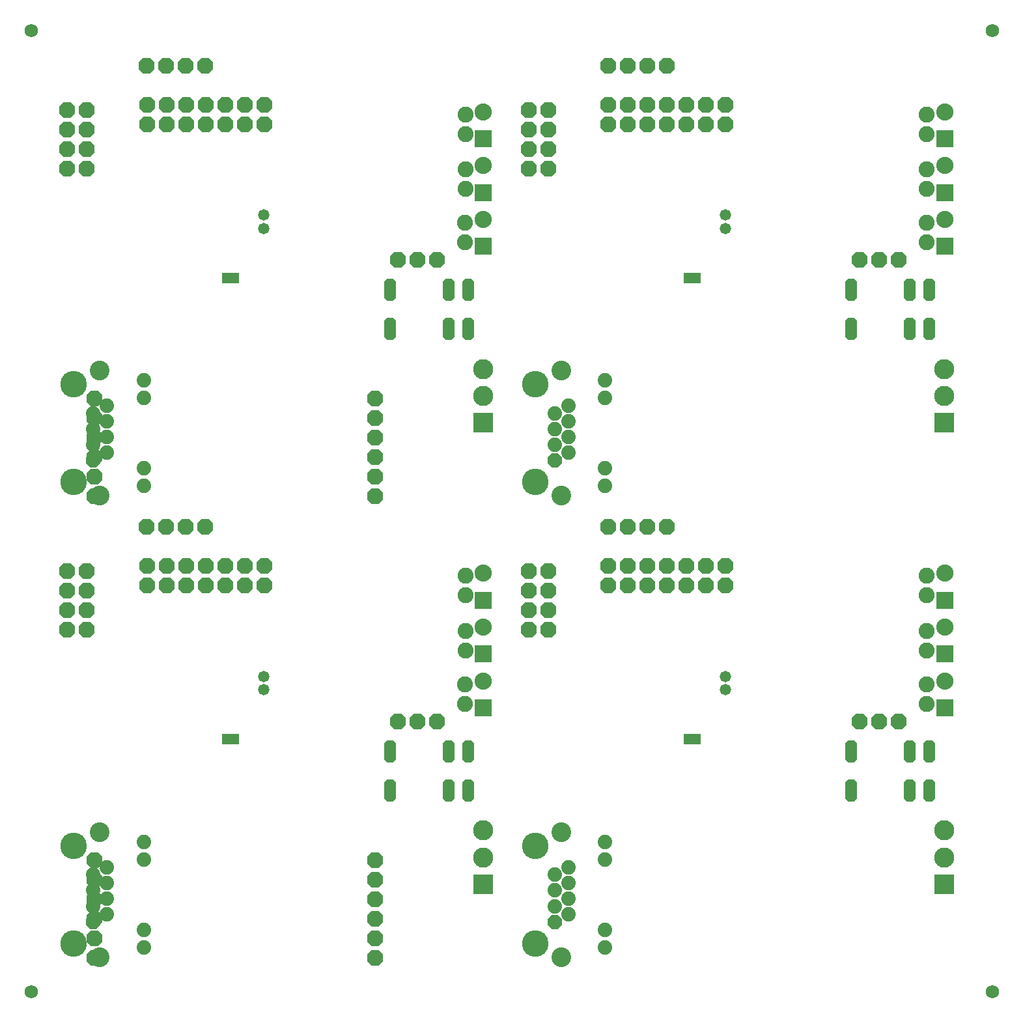
<source format=gbs>
%FSTAX23Y23*%
%MOMM*%
%SFA1B1*%

%IPPOS*%
%AMD83*
4,1,8,0.939800,0.388620,0.388620,0.939800,-0.388620,0.939800,-0.939800,0.388620,-0.939800,-0.388620,-0.388620,-0.939800,0.388620,-0.939800,0.939800,-0.388620,0.939800,0.388620,0.0*
%
%AMD150*
4,1,8,0.431800,-1.041400,1.041400,-0.431800,1.041400,0.431800,0.431800,1.041400,-0.431800,1.041400,-1.041400,0.431800,-1.041400,-0.431800,-0.431800,-1.041400,0.431800,-1.041400,0.0*
%
%AMD153*
4,1,8,0.762000,-1.041400,0.762000,1.041400,0.381000,1.422400,-0.381000,1.422400,-0.762000,1.041400,-0.762000,-1.041400,-0.381000,-1.422400,0.381000,-1.422400,0.762000,-1.041400,0.0*
%
%AMD154*
4,1,8,1.041400,0.431800,0.431800,1.041400,-0.431800,1.041400,-1.041400,0.431800,-1.041400,-0.431800,-0.431800,-1.041400,0.431800,-1.041400,1.041400,-0.431800,1.041400,0.431800,0.0*
%
G04~CAMADD=83~4~0.0~0.0~739.8~739.8~0.0~216.7~0~0.0~0.0~0.0~0.0~0~0.0~0.0~0.0~0.0~0~0.0~0.0~0.0~315.0~739.8~739.8*
%ADD83D83*%
%ADD90C,1.879996*%
%ADD149C,1.726997*%
G04~CAMADD=150~4~0.0~0.0~819.9~819.9~0.0~240.1~0~0.0~0.0~0.0~0.0~0~0.0~0.0~0.0~0.0~0~0.0~0.0~0.0~225.0~819.9~819.9*
%ADD150D150*%
%ADD151R,2.615995X2.615995*%
%ADD152C,2.615995*%
G04~CAMADD=153~4~0.0~0.0~1120.1~600.0~0.0~150.0~0~0.0~0.0~0.0~0.0~0~0.0~0.0~0.0~0.0~0~0.0~0.0~0.0~270.0~600.0~1120.0*
%ADD153D153*%
G04~CAMADD=154~4~0.0~0.0~819.9~819.9~0.0~240.1~0~0.0~0.0~0.0~0.0~0~0.0~0.0~0.0~0.0~0~0.0~0.0~0.0~315.0~819.9~819.9*
%ADD154D154*%
%ADD155C,2.557995*%
%ADD156C,3.452993*%
%ADD157R,2.234996X2.234996*%
%ADD158C,2.234996*%
%ADD159C,2.082996*%
%ADD160R,0.837998X1.472997*%
%ADD161C,1.472997*%
%LNsnarc_panel-1*%
%LPD*%
G54D83*
X10564Y11619D03*
X70564D03*
X10564Y71619D03*
X70564D03*
G54D90*
X17164Y08314D03*
Y10604D03*
Y19744D03*
Y22034D03*
X12344Y18729D03*
X10564Y17739D03*
X12344Y16689D03*
X10564Y15699D03*
X12344Y14649D03*
X10564Y13659D03*
X12344Y12609D03*
X77164Y08314D03*
Y10604D03*
Y19744D03*
Y22034D03*
X72344Y18729D03*
X70564Y17739D03*
X72344Y16689D03*
X70564Y15699D03*
X72344Y14649D03*
X70564Y13659D03*
X72344Y12609D03*
X17164Y68314D03*
Y70604D03*
Y79744D03*
Y82034D03*
X12344Y78729D03*
X10564Y77739D03*
X12344Y76689D03*
X10564Y75699D03*
X12344Y74649D03*
X10564Y73659D03*
X12344Y72609D03*
X77164Y68314D03*
Y70604D03*
Y79744D03*
Y82034D03*
X72344Y78729D03*
X70564Y77739D03*
X72344Y76689D03*
X70564Y75699D03*
X72344Y74649D03*
X70564Y73659D03*
X72344Y72609D03*
G54D149*
X127499Y127499D03*
X02499D03*
Y02499D03*
X127499D03*
G54D150*
X22619Y62951D03*
X20079D03*
X17539D03*
X25159D03*
X32819Y57869D03*
X25199Y55329D03*
Y57869D03*
X27739Y55329D03*
Y57869D03*
X30279Y55329D03*
Y57869D03*
X32819Y55329D03*
X22659Y57869D03*
Y55329D03*
X20119D03*
Y57869D03*
X17579D03*
Y55329D03*
X55284Y37694D03*
X52744D03*
X50204D03*
X82619Y62951D03*
X80079D03*
X77539D03*
X85159D03*
X92819Y57869D03*
X85199Y55329D03*
Y57869D03*
X87739Y55329D03*
Y57869D03*
X90279Y55329D03*
Y57869D03*
X92819Y55329D03*
X82659Y57869D03*
Y55329D03*
X80119D03*
Y57869D03*
X77579D03*
Y55329D03*
X115284Y37694D03*
X112744D03*
X110204D03*
X22619Y122951D03*
X20079D03*
X17539D03*
X25159D03*
X32819Y117869D03*
X25199Y115329D03*
Y117869D03*
X27739Y115329D03*
Y117869D03*
X30279Y115329D03*
Y117869D03*
X32819Y115329D03*
X22659Y117869D03*
Y115329D03*
X20119D03*
Y117869D03*
X17579D03*
Y115329D03*
X55284Y97694D03*
X52744D03*
X50204D03*
X82619Y122951D03*
X80079D03*
X77539D03*
X85159D03*
X92819Y117869D03*
X85199Y115329D03*
Y117869D03*
X87739Y115329D03*
Y117869D03*
X90279Y115329D03*
Y117869D03*
X92819Y115329D03*
X82659Y117869D03*
Y115329D03*
X80119D03*
Y117869D03*
X77579D03*
Y115329D03*
X115284Y97694D03*
X112744D03*
X110204D03*
G54D151*
X61249Y16499D03*
X121249D03*
X61249Y76499D03*
X121249D03*
G54D152*
X61249Y19999D03*
Y23499D03*
X121249Y19999D03*
Y23499D03*
X61249Y79999D03*
Y83499D03*
X121249Y79999D03*
Y83499D03*
G54D153*
X59325Y28688D03*
X56785D03*
X49165D03*
Y33768D03*
X56785D03*
X59325D03*
X119325Y28688D03*
X116785D03*
X109165D03*
Y33768D03*
X116785D03*
X119325D03*
X59325Y88688D03*
X56785D03*
X49165D03*
Y93768D03*
X56785D03*
X59325D03*
X119325Y88688D03*
X116785D03*
X109165D03*
Y93768D03*
X116785D03*
X119325D03*
G54D154*
X09719Y57209D03*
X07179Y54669D03*
X09719D03*
X07179Y52129D03*
X09719D03*
X07179Y49589D03*
X09719D03*
X07179Y57209D03*
X4725Y19663D03*
Y06963D03*
Y17123D03*
Y09503D03*
Y14583D03*
Y12043D03*
X69719Y57209D03*
X67179Y54669D03*
X69719D03*
X67179Y52129D03*
X69719D03*
X67179Y49589D03*
X69719D03*
X67179Y57209D03*
X10725Y19663D03*
Y06963D03*
Y17123D03*
Y09503D03*
Y14583D03*
Y12043D03*
X09719Y117209D03*
X07179Y114669D03*
X09719D03*
X07179Y112129D03*
X09719D03*
X07179Y109589D03*
X09719D03*
X07179Y117209D03*
X4725Y79663D03*
Y66963D03*
Y77123D03*
Y69503D03*
Y74583D03*
Y72043D03*
X69719Y117209D03*
X67179Y114669D03*
X69719D03*
X67179Y112129D03*
X69719D03*
X67179Y109589D03*
X69719D03*
X67179Y117209D03*
X10725Y79663D03*
Y66963D03*
Y77123D03*
Y69503D03*
Y74583D03*
Y72043D03*
G54D155*
X11454Y07044D03*
Y23304D03*
X71454Y07044D03*
Y23304D03*
X11454Y67044D03*
Y83304D03*
X71454Y67044D03*
Y83304D03*
G54D156*
X08024Y21524D03*
Y08824D03*
X68024Y21524D03*
Y08824D03*
X08024Y81524D03*
Y68824D03*
X68024Y81524D03*
Y68824D03*
G54D157*
X61324Y53449D03*
Y39449D03*
Y46449D03*
X121324Y53449D03*
Y39449D03*
Y46449D03*
X61324Y113449D03*
Y99449D03*
Y106449D03*
X121324Y113449D03*
Y99449D03*
Y106449D03*
G54D158*
X61324Y56949D03*
Y42949D03*
Y49949D03*
X121324Y56949D03*
Y42949D03*
Y49949D03*
X61324Y116949D03*
Y102949D03*
Y109949D03*
X121324Y116949D03*
Y102949D03*
Y109949D03*
G54D159*
X58974Y56614D03*
Y54074D03*
Y46924D03*
Y49464D03*
X58949Y42489D03*
Y39949D03*
X118974Y56614D03*
Y54074D03*
Y46924D03*
Y49464D03*
X118949Y42489D03*
Y39949D03*
X58974Y116614D03*
Y114074D03*
Y106924D03*
Y109464D03*
X58949Y102489D03*
Y99949D03*
X118974Y116614D03*
Y114074D03*
Y106924D03*
Y109464D03*
X118949Y102489D03*
Y99949D03*
G54D160*
X27764Y35349D03*
X28449D03*
X29134D03*
X87764D03*
X88449D03*
X89134D03*
X27764Y95349D03*
X28449D03*
X29134D03*
X87764D03*
X88449D03*
X89134D03*
G54D161*
X32795Y41778D03*
X32745Y43528D03*
X92795Y41778D03*
X92745Y43528D03*
X32795Y101778D03*
X32745Y103528D03*
X92795Y101778D03*
X92745Y103528D03*
M02*
</source>
